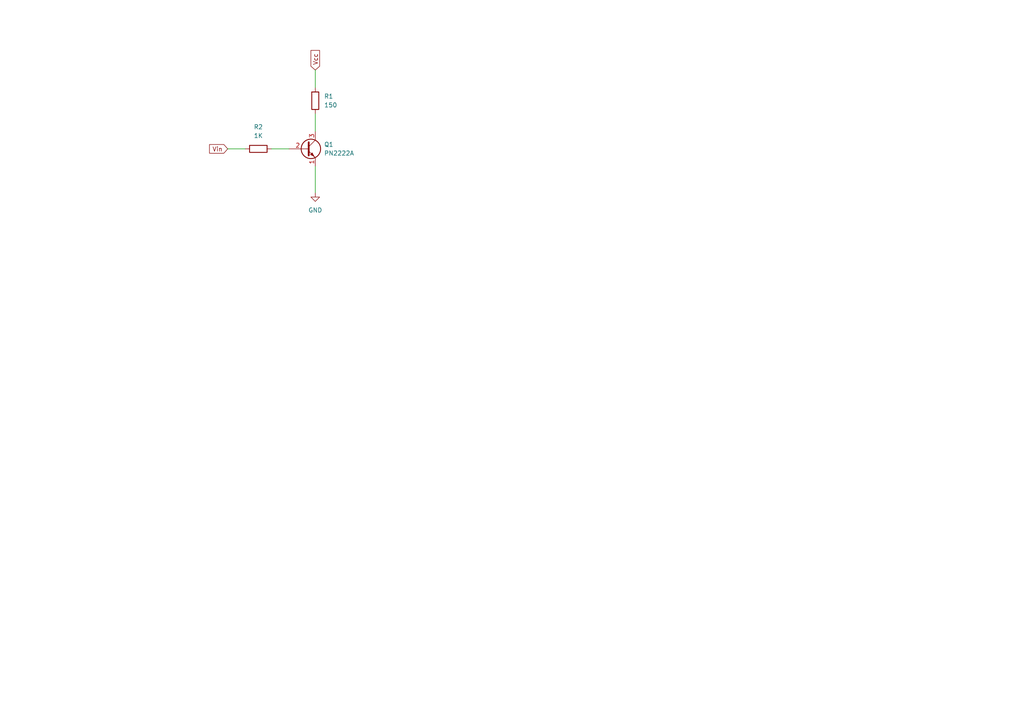
<source format=kicad_sch>
(kicad_sch (version 20230121) (generator eeschema)
  (paper "A4")
  (lib_symbols
    (symbol "Device:R" (pin_numbers hide) (pin_names (offset 0))
      (property "Reference" "R" (at 2.032 0 90))
      (property "Value" "R" (at 0 0 90))
      (symbol "R_0_1"
        (rectangle (start -1.016 -2.54) (end 1.016 2.54) (stroke (width 0.254)))
      )
      (symbol "R_1_1"
        (pin passive line (at 0 3.81 270) (length 1.27) (name "~") (number "1"))
        (pin passive line (at 0 -3.81 90) (length 1.27) (name "~") (number "2"))
      )
    )
    (symbol "Transistor_BJT:PN2222A" (pin_names (offset 0) hide)
      (property "Reference" "Q" (at 5.08 1.905 0))
      (property "Value" "PN2222A" (at 5.08 0 0))
      (symbol "PN2222A_0_1"
        (polyline (pts (xy 0 0) (xy 0.635 0)))
        (polyline (pts (xy 2.54 -2.54) (xy 0.635 -0.635)))
        (polyline (pts (xy 2.54 2.54) (xy 0.635 0.635)))
        (polyline (pts (xy 0.635 1.905) (xy 0.635 -1.905) (xy 0.635 -1.905)) (stroke (width 0.508)))
        (polyline (pts (xy 2.413 -2.413) (xy 1.905 -1.905) (xy 1.905 -1.905)))
        (polyline (pts (xy 1.143 -1.651) (xy 1.651 -1.143) (xy 2.159 -2.159) (xy 1.143 -1.651) (xy 1.143 -1.651)) (fill (type outline)))
        (circle (center 1.27 0) (radius 2.8194) (stroke (width 0.254)))
      )
      (symbol "PN2222A_1_1"
        (pin passive line (at 2.54 -5.08 90) (length 2.54) (name "E") (number "1"))
        (pin input line (at -5.08 0 0) (length 5.08) (name "B") (number "2"))
        (pin passive line (at 2.54 5.08 270) (length 2.54) (name "C") (number "3"))
      )
    )
    (symbol "power:GND" (power) (pin_names (offset 0))
      (property "Value" "GND" (at 0 -3.81 0))
      (symbol "GND_0_1"
        (polyline (pts (xy 0 0) (xy 0 -1.27) (xy 1.27 -1.27) (xy 0 -2.54) (xy -1.27 -1.27) (xy 0 -1.27)))
      )
      (symbol "GND_1_1"
        (pin power_in line (at 0 0 270) (length 0) hide (name "GND") (number "1"))
      )
    )
  )
  (wire (pts (xy 78.74 43.18) (xy 83.82 43.18)))
  (wire (pts (xy 91.44 48.26) (xy 91.44 55.88)))
  (wire (pts (xy 91.44 33.02) (xy 91.44 38.1)))
  (wire (pts (xy 91.44 20.32) (xy 91.44 25.4)))
  (wire (pts (xy 66.04 43.18) (xy 71.12 43.18)))
  (global_label "Vcc" (shape input) (at 91.44 20.32 90) (property "Intersheetrefs" "${INTERSHEET_REFS}" (effects hide)))
  (global_label "Vin" (shape input) (at 66.04 43.18 180) (property "Intersheetrefs" "${INTERSHEET_REFS}" (effects hide)))
  (symbol (lib_id "power:GND") (at 91.44 55.88 0) (unit 1)
    (property "Reference" "#PWR01" (effects hide))
    (property "Value" "GND" (at 91.44 60.96 0))
  )
  (symbol (lib_id "Device:R") (at 91.44 29.21 0) (unit 1)
    (property "Reference" "R1" (at 93.98 27.94 0) (effects (justify left)))
    (property "Value" "150" (at 93.98 30.48 0) (effects (justify left)))
  )
  (symbol (lib_id "Device:R") (at 74.93 43.18 90) (unit 1)
    (property "Reference" "R2" (at 74.93 36.83 90))
    (property "Value" "1K" (at 74.93 39.37 90))
  )
  (symbol (lib_id "Transistor_BJT:PN2222A") (at 88.9 43.18 0) (unit 1)
    (property "Reference" "Q1" (at 93.98 41.91 0) (effects (justify left)))
    (property "Value" "PN2222A" (at 93.98 44.45 0) (effects (justify left)))
    (property "Footprint" "Package_TO_SOT_THT:TO-92_Inline" (effects hide))
    (property "Datasheet" "https://www.onsemi.com/pub/Collateral/PN2222-D.PDF" (effects hide))
    (property "Sim.Name" "PN2222A" (effects hide))
    (property "Sim.Device" "NPN" (effects hide))
    (property "Sim.Type" "GUMMELPOON" (effects hide))
    (property "Sim.Pins" "1=E 2=B 3=C" (effects hide))
    (property "Sim.Params" "is=10000a" (effects hide))
  )
)
</source>
